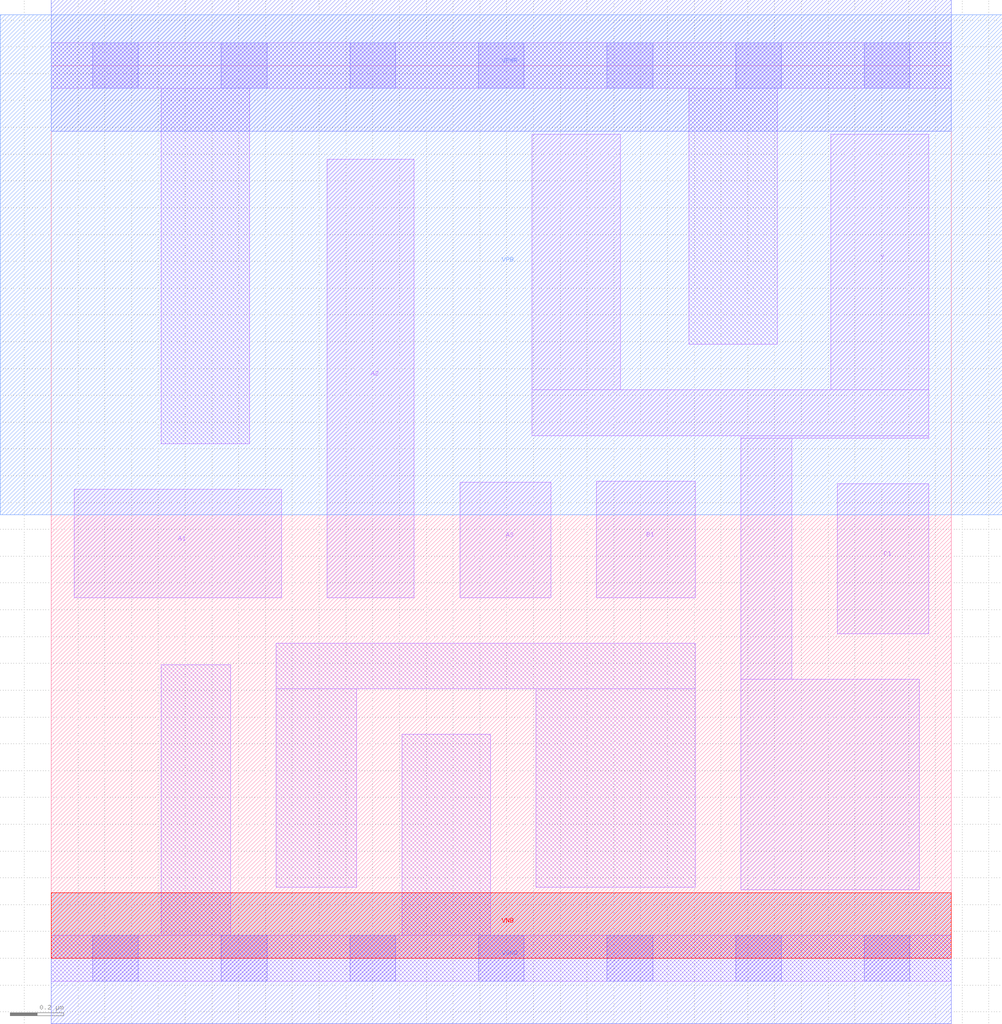
<source format=lef>
# Copyright 2020 The SkyWater PDK Authors
#
# Licensed under the Apache License, Version 2.0 (the "License");
# you may not use this file except in compliance with the License.
# You may obtain a copy of the License at
#
#     https://www.apache.org/licenses/LICENSE-2.0
#
# Unless required by applicable law or agreed to in writing, software
# distributed under the License is distributed on an "AS IS" BASIS,
# WITHOUT WARRANTIES OR CONDITIONS OF ANY KIND, either express or implied.
# See the License for the specific language governing permissions and
# limitations under the License.
#
# SPDX-License-Identifier: Apache-2.0

VERSION 5.7 ;
  NOWIREEXTENSIONATPIN ON ;
  DIVIDERCHAR "/" ;
  BUSBITCHARS "[]" ;
MACRO sky130_fd_sc_lp__o311ai_1
  CLASS CORE ;
  FOREIGN sky130_fd_sc_lp__o311ai_1 ;
  ORIGIN  0.000000  0.000000 ;
  SIZE  3.360000 BY  3.330000 ;
  SYMMETRY X Y R90 ;
  SITE unit ;
  PIN A1
    ANTENNAGATEAREA  0.315000 ;
    DIRECTION INPUT ;
    USE SIGNAL ;
    PORT
      LAYER li1 ;
        RECT 0.085000 1.345000 0.860000 1.750000 ;
    END
  END A1
  PIN A2
    ANTENNAGATEAREA  0.315000 ;
    DIRECTION INPUT ;
    USE SIGNAL ;
    PORT
      LAYER li1 ;
        RECT 1.030000 1.345000 1.355000 2.980000 ;
    END
  END A2
  PIN A3
    ANTENNAGATEAREA  0.315000 ;
    DIRECTION INPUT ;
    USE SIGNAL ;
    PORT
      LAYER li1 ;
        RECT 1.525000 1.345000 1.865000 1.775000 ;
    END
  END A3
  PIN B1
    ANTENNAGATEAREA  0.315000 ;
    DIRECTION INPUT ;
    USE SIGNAL ;
    PORT
      LAYER li1 ;
        RECT 2.035000 1.345000 2.405000 1.780000 ;
    END
  END B1
  PIN C1
    ANTENNAGATEAREA  0.315000 ;
    DIRECTION INPUT ;
    USE SIGNAL ;
    PORT
      LAYER li1 ;
        RECT 2.935000 1.210000 3.275000 1.770000 ;
    END
  END C1
  PIN Y
    ANTENNADIFFAREA  1.047900 ;
    DIRECTION OUTPUT ;
    USE SIGNAL ;
    PORT
      LAYER li1 ;
        RECT 1.795000 1.950000 3.275000 2.120000 ;
        RECT 1.795000 2.120000 2.125000 3.075000 ;
        RECT 2.575000 0.255000 3.240000 1.040000 ;
        RECT 2.575000 1.040000 2.765000 1.940000 ;
        RECT 2.575000 1.940000 3.275000 1.950000 ;
        RECT 2.910000 2.120000 3.275000 3.075000 ;
    END
  END Y
  PIN VGND
    DIRECTION INOUT ;
    USE GROUND ;
    PORT
      LAYER met1 ;
        RECT 0.000000 -0.245000 3.360000 0.245000 ;
    END
  END VGND
  PIN VNB
    DIRECTION INOUT ;
    USE GROUND ;
    PORT
      LAYER pwell ;
        RECT 0.000000 0.000000 3.360000 0.245000 ;
    END
  END VNB
  PIN VPB
    DIRECTION INOUT ;
    USE POWER ;
    PORT
      LAYER nwell ;
        RECT -0.190000 1.655000 3.550000 3.520000 ;
    END
  END VPB
  PIN VPWR
    DIRECTION INOUT ;
    USE POWER ;
    PORT
      LAYER met1 ;
        RECT 0.000000 3.085000 3.360000 3.575000 ;
    END
  END VPWR
  OBS
    LAYER li1 ;
      RECT 0.000000 -0.085000 3.360000 0.085000 ;
      RECT 0.000000  3.245000 3.360000 3.415000 ;
      RECT 0.410000  0.085000 0.670000 1.095000 ;
      RECT 0.410000  1.920000 0.740000 3.245000 ;
      RECT 0.840000  0.265000 1.140000 1.005000 ;
      RECT 0.840000  1.005000 2.405000 1.175000 ;
      RECT 1.310000  0.085000 1.640000 0.835000 ;
      RECT 1.810000  0.265000 2.405000 1.005000 ;
      RECT 2.380000  2.290000 2.710000 3.245000 ;
    LAYER mcon ;
      RECT 0.155000 -0.085000 0.325000 0.085000 ;
      RECT 0.155000  3.245000 0.325000 3.415000 ;
      RECT 0.635000 -0.085000 0.805000 0.085000 ;
      RECT 0.635000  3.245000 0.805000 3.415000 ;
      RECT 1.115000 -0.085000 1.285000 0.085000 ;
      RECT 1.115000  3.245000 1.285000 3.415000 ;
      RECT 1.595000 -0.085000 1.765000 0.085000 ;
      RECT 1.595000  3.245000 1.765000 3.415000 ;
      RECT 2.075000 -0.085000 2.245000 0.085000 ;
      RECT 2.075000  3.245000 2.245000 3.415000 ;
      RECT 2.555000 -0.085000 2.725000 0.085000 ;
      RECT 2.555000  3.245000 2.725000 3.415000 ;
      RECT 3.035000 -0.085000 3.205000 0.085000 ;
      RECT 3.035000  3.245000 3.205000 3.415000 ;
  END
END sky130_fd_sc_lp__o311ai_1
END LIBRARY

</source>
